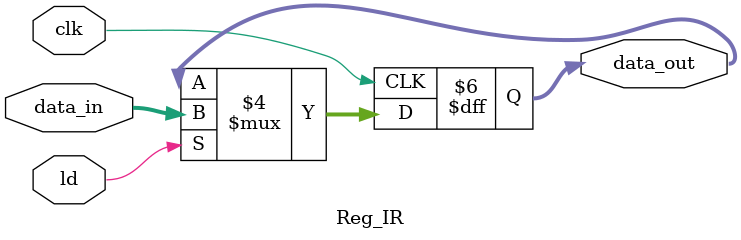
<source format=v>
module Reg_IR(clk, data_in, ld, data_out);

// list of inputs
input wire clk, ld;
input wire [15:0] data_in;

// list of outputs
output reg [15:0] data_out;

// module implementation
always @(posedge clk)
	begin
		if(ld == 1'b1)	data_out = data_in;		// load data in IR
	end
endmodule
</source>
